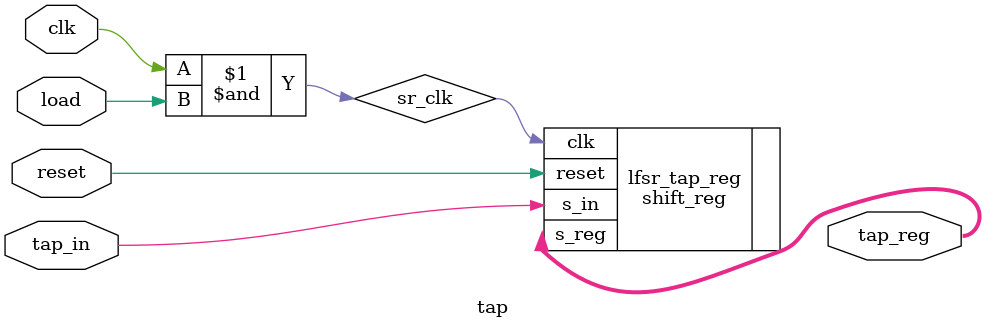
<source format=v>
`default_nettype none
`timescale 1ns/1ns

module tap #(
    parameter REG_SIZE = 8
) (
    clk, 
    load,
    reset,
    tap_in,
    tap_reg
);
    input   wire                clk;
    input   wire                load;
    input   wire                reset;
    input   wire                tap_in;
    output  reg  [REG_SIZE-1:0] tap_reg;

    wire    sr_clk;

    assign sr_clk = clk & load;

    shift_reg #(
        .REG_SIZE(REG_SIZE)
    ) lfsr_tap_reg (
        .clk(sr_clk),
        .reset(reset),
        .s_in(tap_in),
        .s_reg(tap_reg)
    );

endmodule
 

</source>
